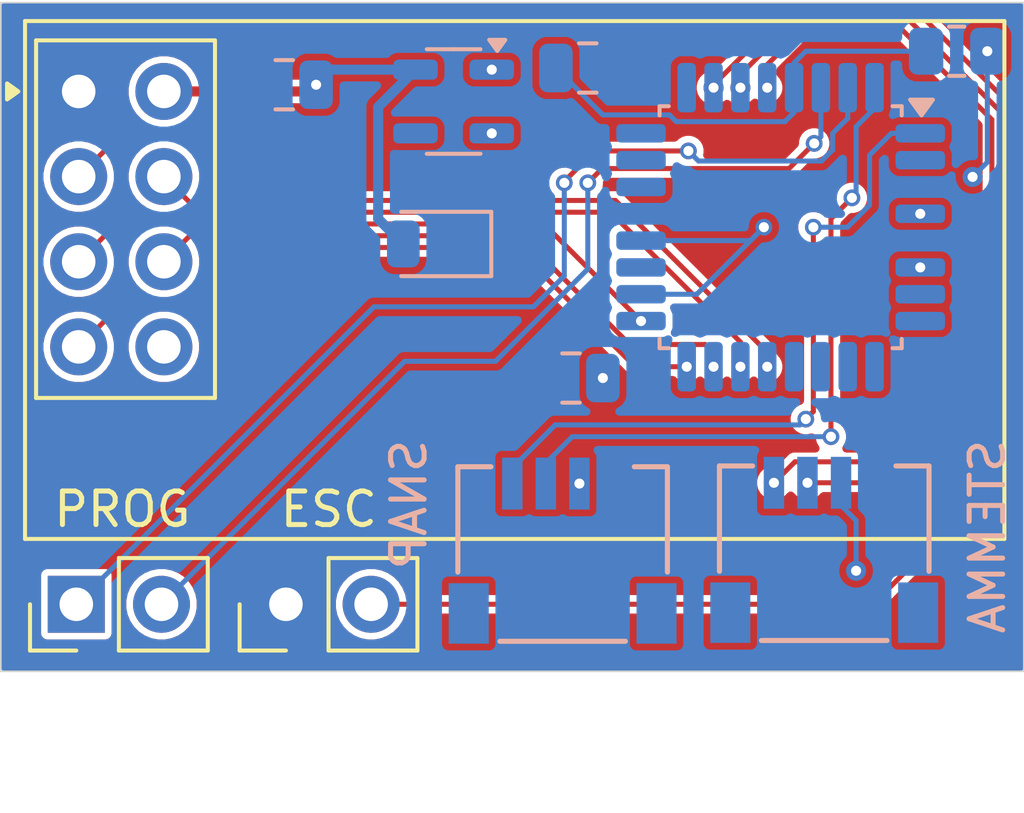
<source format=kicad_pcb>
(kicad_pcb (version 20241229) (generator "pcbnew") (generator_version "9.0")
  (layers (0 "F.Cu" signal) (2 "B.Cu" signal) (13 "F.Paste" user) (15 "B.Paste" user) (5 "F.SilkS" user "F.Silkscreen") (7 "B.SilkS" user "B.Silkscreen") (1 "F.Mask" user) (3 "B.Mask" user) (25 "Edge.Cuts" user))
  (net 0 "")
  (net 1 "GND")
  (net 2 "+5V")
  (net 3 "/~{RST}")
  (net 4 "/TX")
  (net 5 "/RX")
  (net 6 "/SCL")
  (net 9 "/CIPO")
  (net 11 "/CSN")
  (net 13 "/SDA")
  (net 14 "/SCK")
  (net 15 "/COPI")
  (net 18 "/CE")
  (net 21 "Net-(J3-Pin_2)")
  (net 27 "Net-(D1-A)")
  (net 28 "/STX")
  (net 29 "/SRX")
  (footprint "Connector_PinHeader_2.54mm:PinHeader_1x02_P2.54mm_Vertical" (layer "F.Cu") (at 164.5 95.75 90)
    (property "Reference" "J3" (hide yes))
    (property "Value" "Conn_01x02_Pin")
    (fp_line (start -1.38 -1.38) (end 0 -1.38) (stroke (width 0.12)) (layer "F.SilkS"))
    (fp_line (start -1.38 0) (end -1.38 -1.38) (stroke (width 0.12)) (layer "F.SilkS"))
    (fp_line (start 1.38 1.27) (end 1.38 3.92) (stroke (width 0.12)) (layer "F.SilkS"))
    (fp_line (start -1.38 1.27) (end 1.38 1.27) (stroke (width 0.12)) (layer "F.SilkS"))
    (fp_line (start -1.38 1.27) (end -1.38 3.92) (stroke (width 0.12)) (layer "F.SilkS"))
    (fp_line (start -1.38 3.92) (end 1.38 3.92) (stroke (width 0.12)) (layer "F.SilkS"))
    (pad "1" thru_hole rect (at 0 0 90) (size 1.7 1.7) (drill 1) (layers "*.Cu" "*.Mask") (net 1 "GND"))
    (pad "2" thru_hole circle (at 0 2.54 90) (size 1.7 1.7) (drill 1) (layers "*.Cu" "*.Mask") (net 21 "Net-(J3-Pin_2)"))
  )
  (footprint "Connector_PinHeader_2.54mm:PinHeader_1x02_P2.54mm_Vertical" (layer "F.Cu") (at 158.25 95.75 90)
    (property "Reference" "J1" (hide yes))
    (property "Value" "Conn_01x02_Pin")
    (fp_line (start -1.38 -1.38) (end 0 -1.38) (stroke (width 0.12)) (layer "F.SilkS"))
    (fp_line (start -1.38 0) (end -1.38 -1.38) (stroke (width 0.12)) (layer "F.SilkS"))
    (fp_line (start 1.38 1.27) (end 1.38 3.92) (stroke (width 0.12)) (layer "F.SilkS"))
    (fp_line (start -1.38 1.27) (end 1.38 1.27) (stroke (width 0.12)) (layer "F.SilkS"))
    (fp_line (start -1.38 1.27) (end -1.38 3.92) (stroke (width 0.12)) (layer "F.SilkS"))
    (fp_line (start -1.38 3.92) (end 1.38 3.92) (stroke (width 0.12)) (layer "F.SilkS"))
    (pad "1" thru_hole rect (at 0 0 90) (size 1.7 1.7) (drill 1) (layers "*.Cu" "*.Mask") (net 4 "/TX"))
    (pad "2" thru_hole circle (at 0 2.54 90) (size 1.7 1.7) (drill 1) (layers "*.Cu" "*.Mask") (net 5 "/RX"))
  )
  (footprint "RF_Module:nRF24L01_Breakout" (layer "F.Cu") (at 158.321 80.45)
    (property "Reference" "U2" (hide yes))
    (property "Value" "NRF24L01_Breakout")
    (fp_line (start -1.6 -2.1) (end -1.6 -2.1) (stroke (width 0.12)) (layer "F.SilkS"))
    (fp_line (start -1.6 -2.1) (end 27.6 -2.1) (stroke (width 0.12)) (layer "F.SilkS"))
    (fp_line (start -1.6 13.35) (end -1.6 -2.1) (stroke (width 0.12)) (layer "F.SilkS"))
    (fp_line (start -1.27 -1.524) (end -1.27 -1.524) (stroke (width 0.12)) (layer "F.SilkS"))
    (fp_line (start -1.27 -1.524) (end 4.064 -1.524) (stroke (width 0.12)) (layer "F.SilkS"))
    (fp_line (start -1.27 9.144) (end -1.27 -1.524) (stroke (width 0.12)) (layer "F.SilkS"))
    (fp_line (start -1.27 9.144) (end -1.27 9.144) (stroke (width 0.12)) (layer "F.SilkS"))
    (fp_line (start 4.064 -1.524) (end 4.064 9.144) (stroke (width 0.12)) (layer "F.SilkS"))
    (fp_line (start 4.064 9.144) (end -1.27 9.144) (stroke (width 0.12)) (layer "F.SilkS"))
    (fp_line (start 27.6 -2.1) (end 27.6 13.35) (stroke (width 0.12)) (layer "F.SilkS"))
    (fp_line (start 27.6 13.35) (end -1.6 13.35) (stroke (width 0.12)) (layer "F.SilkS"))
    (fp_poly (pts (xy -1.8 0) (xy -2.136 0.24) (xy -2.136 -0.24) (xy -1.8 0)) (stroke (width 0.12)) (fill yes) (layer "F.SilkS"))
    (pad "1" thru_hole rect (at 0 0) (size 1.7 1.7) (drill 1) (layers "*.Cu" "*.Mask") (net 1 "GND"))
    (pad "2" thru_hole circle (at 2.54 0) (size 1.7 1.7) (drill 1) (layers "*.Cu" "*.Mask") (net 27 "Net-(D1-A)"))
    (pad "3" thru_hole circle (at 0 2.54) (size 1.7 1.7) (drill 1) (layers "*.Cu" "*.Mask") (net 18 "/CE"))
    (pad "4" thru_hole circle (at 2.54 2.54) (size 1.7 1.7) (drill 1) (layers "*.Cu" "*.Mask") (net 11 "/CSN"))
    (pad "5" thru_hole circle (at 0 5.08) (size 1.7 1.7) (drill 1) (layers "*.Cu" "*.Mask") (net 14 "/SCK"))
    (pad "6" thru_hole circle (at 2.54 5.08) (size 1.7 1.7) (drill 1) (layers "*.Cu" "*.Mask") (net 15 "/COPI"))
    (pad "7" thru_hole circle (at 0 7.62) (size 1.7 1.7) (drill 1) (layers "*.Cu" "*.Mask") (net 9 "/CIPO"))
    (pad "8" thru_hole circle (at 2.54 7.62) (size 1.7 1.7) (drill 1) (layers "*.Cu" "*.Mask"))
  )
  (footprint "Resistor_SMD:R_0805_2012Metric" (layer "B.Cu") (at 184.5 79.25 180)
    (property "Reference" "R3" (hide yes))
    (property "Value" "10k")
    (fp_line (start -0.227064 0.735) (end 0.227064 0.735) (stroke (width 0.12)) (layer "B.SilkS"))
    (fp_line (start -0.227064 -0.735) (end 0.227064 -0.735) (stroke (width 0.12)) (layer "B.SilkS"))
    (pad "1" smd roundrect (at -0.9125 0 180) (size 1.025 1.4) (layers "B.Cu" "B.Mask" "B.Paste") (roundrect_rratio 0.243902) (net 2 "+5V"))
    (pad "2" smd roundrect (at 0.9125 0 180) (size 1.025 1.4) (layers "B.Cu" "B.Mask" "B.Paste") (roundrect_rratio 0.243902) (net 3 "/~{RST}"))
  )
  (footprint "Capacitor_SMD:C_0805_2012Metric" (layer "B.Cu") (at 164.45 80.25)
    (property "Reference" "C1" (hide yes))
    (property "Value" "0.1uF")
    (fp_line (start -0.261252 -0.735) (end 0.261252 -0.735) (stroke (width 0.12)) (layer "B.SilkS"))
    (fp_line (start -0.261252 0.735) (end 0.261252 0.735) (stroke (width 0.12)) (layer "B.SilkS"))
    (pad "1" smd roundrect (at -0.95 0) (size 1 1.45) (layers "B.Cu" "B.Mask" "B.Paste") (net 1 "GND"))
    (pad "2" smd roundrect (at 0.95 0) (size 1 1.45) (layers "B.Cu" "B.Mask" "B.Paste") (net 27 "Net-(D1-A)"))
  )
  (footprint "Capacitor_SMD:C_0805_2012Metric" (layer "B.Cu") (at 173 89)
    (property "Reference" "C2" (hide yes))
    (property "Value" "0.1uF")
    (fp_line (start -0.261252 -0.735) (end 0.261252 -0.735) (stroke (width 0.12)) (layer "B.SilkS"))
    (fp_line (start -0.261252 0.735) (end 0.261252 0.735) (stroke (width 0.12)) (layer "B.SilkS"))
    (pad "1" smd roundrect (at -0.95 0) (size 1 1.45) (layers "B.Cu" "B.Mask" "B.Paste") (net 1 "GND"))
    (pad "2" smd roundrect (at 0.95 0) (size 1 1.45) (layers "B.Cu" "B.Mask" "B.Paste") (net 2 "+5V"))
  )
  (footprint "LED_SMD:LED_0805_2012Metric" (layer "B.Cu") (at 168.9375 85 180)
    (property "Reference" "D1" (hide yes))
    (property "Value" "LED")
    (fp_line (start 1 0.96) (end -1.685 0.96) (stroke (width 0.12)) (layer "B.SilkS"))
    (fp_line (start -1.685 0.96) (end -1.685 -0.96) (stroke (width 0.12)) (layer "B.SilkS"))
    (fp_line (start -1.685 -0.96) (end 1 -0.96) (stroke (width 0.12)) (layer "B.SilkS"))
    (pad "1" smd roundrect (at -0.9375 0 180) (size 0.975 1.4) (layers "B.Cu" "B.Mask" "B.Paste") (net 1 "GND"))
    (pad "2" smd roundrect (at 0.9375 0 180) (size 0.975 1.4) (layers "B.Cu" "B.Mask" "B.Paste") (net 27 "Net-(D1-A)"))
  )
  (footprint "Package_TO_SOT_SMD:SOT-23-5" (layer "B.Cu") (at 169.5 80.75 180)
    (property "Reference" "U3" (hide yes))
    (property "Value" "SPX3819M5-L-3-3")
    (fp_line (start 0 1.56) (end 0.8 1.56) (stroke (width 0.12)) (layer "B.SilkS"))
    (fp_line (start 0 1.56) (end -0.8 1.56) (stroke (width 0.12)) (layer "B.SilkS"))
    (fp_line (start 0 -1.56) (end 0.8 -1.56) (stroke (width 0.12)) (layer "B.SilkS"))
    (fp_line (start 0 -1.56) (end -0.8 -1.56) (stroke (width 0.12)) (layer "B.SilkS"))
    (fp_poly (pts (xy -1.3 1.51) (xy -1.54 1.84) (xy -1.06 1.84)) (stroke (width 0.12)) (fill yes) (layer "B.SilkS"))
    (pad "1" smd roundrect (at -1.1375 0.95 180) (size 1.325 0.6) (layers "B.Cu" "B.Mask" "B.Paste") (net 2 "+5V"))
    (pad "2" smd roundrect (at -1.1375 0 180) (size 1.325 0.6) (layers "B.Cu" "B.Mask" "B.Paste") (net 1 "GND"))
    (pad "3" smd roundrect (at -1.1375 -0.95 180) (size 1.325 0.6) (layers "B.Cu" "B.Mask" "B.Paste") (net 2 "+5V"))
    (pad "4" smd roundrect (at 1.1375 -0.95 180) (size 1.325 0.6) (layers "B.Cu" "B.Mask" "B.Paste"))
    (pad "5" smd roundrect (at 1.1375 0.95 180) (size 1.325 0.6) (layers "B.Cu" "B.Mask" "B.Paste") (net 27 "Net-(D1-A)"))
  )
  (footprint "User:CONN_PRT-14417_SPK" (layer "B.Cu") (at 180.549999 94.226499 180)
    (property "Reference" "J2" (hide yes))
    (property "Value" "PRT-14417")
    (fp_line (start 3.1242 2.6035) (end 2.13754 2.6035) (stroke (width 0.1524)) (layer "B.SilkS"))
    (fp_line (start 3.1242 -0.539061) (end 3.1242 2.6035) (stroke (width 0.1524)) (layer "B.SilkS"))
    (fp_line (start -1.870359 -2.6035) (end 1.870359 -2.6035) (stroke (width 0.1524)) (layer "B.SilkS"))
    (fp_line (start -2.13754 2.6035) (end -3.1242 2.6035) (stroke (width 0.1524)) (layer "B.SilkS"))
    (fp_line (start -3.1242 2.6035) (end -3.1242 -0.539061) (stroke (width 0.1524)) (layer "B.SilkS"))
    (pad "1" smd rect (at -1.5 2.1015 180) (size 0.6096 1.5494) (layers "B.Cu" "B.Mask" "B.Paste") (net 1 "GND"))
    (pad "2" smd rect (at -0.499999 2.1015 180) (size 0.6096 1.5494) (layers "B.Cu" "B.Mask" "B.Paste") (net 2 "+5V"))
    (pad "3" smd rect (at 0.499999 2.1015 180) (size 0.6096 1.5494) (layers "B.Cu" "B.Mask" "B.Paste") (net 13 "/SDA"))
    (pad "4" smd rect (at 1.5 2.1015 180) (size 0.6096 1.5494) (layers "B.Cu" "B.Mask" "B.Paste") (net 6 "/SCL"))
    (pad "5" smd rect (at -2.799999 -1.773501 180) (size 1.1938 1.8034) (layers "B.Cu" "B.Mask" "B.Paste"))
    (pad "6" smd rect (at 2.799999 -1.773501 180) (size 1.1938 1.8034) (layers "B.Cu" "B.Mask" "B.Paste"))
  )
  (footprint "Capacitor_SMD:C_0805_2012Metric" (layer "B.Cu") (at 173.5 79.75 180)
    (property "Reference" "C5" (hide yes))
    (property "Value" "0.1uF")
    (fp_line (start -0.261252 0.735) (end 0.261252 0.735) (stroke (width 0.12)) (layer "B.SilkS"))
    (fp_line (start -0.261252 -0.735) (end 0.261252 -0.735) (stroke (width 0.12)) (layer "B.SilkS"))
    (pad "1" smd roundrect (at -0.95 0 180) (size 1 1.45) (layers "B.Cu" "B.Mask" "B.Paste") (net 1 "GND"))
    (pad "2" smd roundrect (at 0.95 0 180) (size 1 1.45) (layers "B.Cu" "B.Mask" "B.Paste") (net 3 "/~{RST}"))
  )
  (footprint "Package_QFP:TQFP-32_7x7mm_P0.8mm" (layer "B.Cu") (at 179.25 84.5 180)
    (property "Reference" "U1" (hide yes))
    (property "Value" "ATmega328-A")
    (fp_line (start 3.61 3.61) (end 3.61 3.335) (stroke (width 0.12)) (layer "B.SilkS"))
    (fp_line (start 3.61 -3.61) (end 3.61 -3.335) (stroke (width 0.12)) (layer "B.SilkS"))
    (fp_line (start 3.335 3.61) (end 3.61 3.61) (stroke (width 0.12)) (layer "B.SilkS"))
    (fp_line (start 3.335 -3.61) (end 3.61 -3.61) (stroke (width 0.12)) (layer "B.SilkS"))
    (fp_line (start -3.335 3.61) (end -3.61 3.61) (stroke (width 0.12)) (layer "B.SilkS"))
    (fp_line (start -3.335 -3.61) (end -3.61 -3.61) (stroke (width 0.12)) (layer "B.SilkS"))
    (fp_line (start -3.61 3.61) (end -3.61 3.335) (stroke (width 0.12)) (layer "B.SilkS"))
    (fp_line (start -3.61 -3.61) (end -3.61 -3.335) (stroke (width 0.12)) (layer "B.SilkS"))
    (fp_poly (pts (xy -4.2 3.335) (xy -4.54 3.805) (xy -3.86 3.805)) (stroke (width 0.12)) (fill yes) (layer "B.SilkS"))
    (pad "1" smd roundrect (at -4.1625 2.8 180) (size 1.475 0.55) (layers "B.Cu" "B.Mask" "B.Paste") (net 29 "/SRX"))
    (pad "2" smd roundrect (at -4.1625 2 180) (size 1.475 0.55) (layers "B.Cu" "B.Mask" "B.Paste"))
    (pad "3" smd roundrect (at -4.1625 1.2 180) (size 1.475 0.55) (layers "B.Cu" "B.Mask" "B.Paste") (net 1 "GND"))
    (pad "4" smd roundrect (at -4.1625 0.4 180) (size 1.475 0.55) (layers "B.Cu" "B.Mask" "B.Paste") (net 2 "+5V"))
    (pad "5" smd roundrect (at -4.1625 -0.4 180) (size 1.475 0.55) (layers "B.Cu" "B.Mask" "B.Paste") (net 1 "GND"))
    (pad "6" smd roundrect (at -4.1625 -1.2 180) (size 1.475 0.55) (layers "B.Cu" "B.Mask" "B.Paste") (net 2 "+5V"))
    (pad "7" smd roundrect (at -4.1625 -2 180) (size 1.475 0.55) (layers "B.Cu" "B.Mask" "B.Paste"))
    (pad "8" smd roundrect (at -4.1625 -2.8 180) (size 1.475 0.55) (layers "B.Cu" "B.Mask" "B.Paste"))
    (pad "9" smd roundrect (at -2.8 -4.1625 180) (size 0.55 1.475) (layers "B.Cu" "B.Mask" "B.Paste"))
    (pad "10" smd roundrect (at -2 -4.1625 180) (size 0.55 1.475) (layers "B.Cu" "B.Mask" "B.Paste"))
    (pad "11" smd roundrect (at -1.2 -4.1625 180) (size 0.55 1.475) (layers "B.Cu" "B.Mask" "B.Paste"))
    (pad "12" smd roundrect (at -0.4 -4.1625 180) (size 0.55 1.475) (layers "B.Cu" "B.Mask" "B.Paste"))
    (pad "13" smd roundrect (at 0.4 -4.1625 180) (size 0.55 1.475) (layers "B.Cu" "B.Mask" "B.Paste") (net 18 "/CE"))
    (pad "14" smd roundrect (at 1.2 -4.1625 180) (size 0.55 1.475) (layers "B.Cu" "B.Mask" "B.Paste") (net 11 "/CSN"))
    (pad "15" smd roundrect (at 2 -4.1625 180) (size 0.55 1.475) (layers "B.Cu" "B.Mask" "B.Paste") (net 15 "/COPI"))
    (pad "16" smd roundrect (at 2.8 -4.1625 180) (size 0.55 1.475) (layers "B.Cu" "B.Mask" "B.Paste") (net 9 "/CIPO"))
    (pad "17" smd roundrect (at 4.1625 -2.8 180) (size 1.475 0.55) (layers "B.Cu" "B.Mask" "B.Paste") (net 14 "/SCK"))
    (pad "18" smd roundrect (at 4.1625 -2 180) (size 1.475 0.55) (layers "B.Cu" "B.Mask" "B.Paste") (net 2 "+5V"))
    (pad "19" smd roundrect (at 4.1625 -1.2 180) (size 1.475 0.55) (layers "B.Cu" "B.Mask" "B.Paste"))
    (pad "20" smd roundrect (at 4.1625 -0.4 180) (size 1.475 0.55) (layers "B.Cu" "B.Mask" "B.Paste") (net 2 "+5V"))
    (pad "21" smd roundrect (at 4.1625 0.4 180) (size 1.475 0.55) (layers "B.Cu" "B.Mask" "B.Paste") (net 1 "GND"))
    (pad "22" smd roundrect (at 4.1625 1.2 180) (size 1.475 0.55) (layers "B.Cu" "B.Mask" "B.Paste"))
    (pad "23" smd roundrect (at 4.1625 2 180) (size 1.475 0.55) (layers "B.Cu" "B.Mask" "B.Paste"))
    (pad "24" smd roundrect (at 4.1625 2.8 180) (size 1.475 0.55) (layers "B.Cu" "B.Mask" "B.Paste"))
    (pad "25" smd roundrect (at 2.8 4.1625 180) (size 0.55 1.475) (layers "B.Cu" "B.Mask" "B.Paste"))
    (pad "26" smd roundrect (at 2 4.1625 180) (size 0.55 1.475) (layers "B.Cu" "B.Mask" "B.Paste") (net 21 "Net-(J3-Pin_2)"))
    (pad "27" smd roundrect (at 1.2 4.1625 180) (size 0.55 1.475) (layers "B.Cu" "B.Mask" "B.Paste") (net 13 "/SDA"))
    (pad "28" smd roundrect (at 0.4 4.1625 180) (size 0.55 1.475) (layers "B.Cu" "B.Mask" "B.Paste") (net 6 "/SCL"))
    (pad "29" smd roundrect (at -0.4 4.1625 180) (size 0.55 1.475) (layers "B.Cu" "B.Mask" "B.Paste") (net 3 "/~{RST}"))
    (pad "30" smd roundrect (at -1.2 4.1625 180) (size 0.55 1.475) (layers "B.Cu" "B.Mask" "B.Paste") (net 5 "/RX"))
    (pad "31" smd roundrect (at -2 4.1625 180) (size 0.55 1.475) (layers "B.Cu" "B.Mask" "B.Paste") (net 4 "/TX"))
    (pad "32" smd roundrect (at -2.8 4.1625 180) (size 0.55 1.475) (layers "B.Cu" "B.Mask" "B.Paste") (net 28 "/STX"))
  )
  (footprint "User:CONN_PRT-14417_SPK" (layer "B.Cu") (at 172.75 94.25 180)
    (property "Reference" "J5" (hide yes))
    (property "Value" "PRT-14417")
    (fp_line (start 3.1242 2.6035) (end 2.13754 2.6035) (stroke (width 0.1524)) (layer "B.SilkS"))
    (fp_line (start 3.1242 -0.539061) (end 3.1242 2.6035) (stroke (width 0.1524)) (layer "B.SilkS"))
    (fp_line (start -1.870359 -2.6035) (end 1.870359 -2.6035) (stroke (width 0.1524)) (layer "B.SilkS"))
    (fp_line (start -2.13754 2.6035) (end -3.1242 2.6035) (stroke (width 0.1524)) (layer "B.SilkS"))
    (fp_line (start -3.1242 2.6035) (end -3.1242 -0.539061) (stroke (width 0.1524)) (layer "B.SilkS"))
    (pad "1" smd rect (at -1.5 2.1015 180) (size 0.6096 1.5494) (layers "B.Cu" "B.Mask" "B.Paste") (net 1 "GND"))
    (pad "2" smd rect (at -0.499999 2.1015 180) (size 0.6096 1.5494) (layers "B.Cu" "B.Mask" "B.Paste") (net 2 "+5V"))
    (pad "3" smd rect (at 0.499999 2.1015 180) (size 0.6096 1.5494) (layers "B.Cu" "B.Mask" "B.Paste") (net 28 "/STX"))
    (pad "4" smd rect (at 1.5 2.1015 180) (size 0.6096 1.5494) (layers "B.Cu" "B.Mask" "B.Paste") (net 29 "/SRX"))
    (pad "5" smd rect (at -2.799999 -1.773501 180) (size 1.1938 1.8034) (layers "B.Cu" "B.Mask" "B.Paste"))
    (pad "6" smd rect (at 2.799999 -1.773501 180) (size 1.1938 1.8034) (layers "B.Cu" "B.Mask" "B.Paste"))
  )
  (gr_rect (start 156 77.8) (end 186.5 97.75) (stroke (width 0.05)) (fill no) (layer "Edge.Cuts"))
  (gr_text "PROG\n" (at 157.5 93.5 0) (layer "F.SilkS") (effects (font (size 1 1)) (justify left bottom)))
  (gr_text "ESC\n" (at 164.25 93.5 0) (layer "F.SilkS") (effects (font (size 1 1)) (justify left bottom)))
  (gr_text "SNAP\n" (at 168.75 90.75 90) (layer "B.SilkS") (effects (font (size 1 1)) (justify left bottom mirror)))
  (gr_text "STEMMA\n" (at 186 90.75 90) (layer "B.SilkS") (effects (font (size 1 1)) (justify left bottom mirror)))
  (segment (start 175.2135 83.974) (end 179.474 83.974) (width 0.15) (layer "B.Cu") (net 1))
  (segment (start 183.2865 85.026) (end 183.4125 84.9) (width 0.15) (layer "B.Cu") (net 1))
  (segment (start 179.474 84.492877) (end 180.007123 85.026) (width 0.15) (layer "B.Cu") (net 1))
  (segment (start 179.474 83.974) (end 179.474 84.492877) (width 0.15) (layer "B.Cu") (net 1))
  (segment (start 180.007123 85.026) (end 183.2865 85.026) (width 0.15) (layer "B.Cu") (net 1))
  (segment (start 175.0875 84.1) (end 175.2135 83.974) (width 0.15) (layer "B.Cu") (net 1))
  (segment (start 182.049999 92.124999) (end 182.049999 92.299999) (width 0.15) (layer "B.Cu") (net 1))
  (via (at 170.6375 81.7) (size 0.5) (drill 0.3) (layers "F.Cu" "B.Cu") (net 2))
  (via (at 170.6375 79.8) (size 0.6) (drill 0.3) (layers "F.Cu" "B.Cu") (net 2))
  (via (at 181.5 94.75) (size 0.6) (drill 0.3) (layers "F.Cu" "B.Cu") (net 2))
  (via (at 173.249999 92.1485) (size 0.5) (drill 0.3) (layers "F.Cu" "B.Cu") (net 2))
  (via (at 183.4125 85.7) (size 0.5) (drill 0.3) (layers "F.Cu" "B.Cu") (net 2))
  (via (at 184.973 83) (size 0.6) (drill 0.3) (layers "F.Cu" "B.Cu") (net 2))
  (via (at 183.4125 84.1) (size 0.5) (drill 0.3) (layers "F.Cu" "B.Cu") (net 2))
  (via (at 185.4125 79.25) (size 0.5) (drill 0.3) (layers "F.Cu" "B.Cu") (net 2))
  (via (at 178.75 84.5) (size 0.5) (drill 0.3) (layers "F.Cu" "B.Cu") (net 2))
  (via (at 173.95 89) (size 0.6) (drill 0.3) (layers "F.Cu" "B.Cu") (net 2))
  (segment (start 176.75 86.5) (end 178.75 84.5) (width 0.15) (layer "B.Cu") (net 2))
  (segment (start 178.35 84.9) (end 178.75 84.5) (width 0.15) (layer "B.Cu") (net 2))
  (segment (start 175.0875 86.5) (end 176.75 86.5) (width 0.15) (layer "B.Cu") (net 2))
  (segment (start 181.5 94.75) (end 181.5 93.25) (width 0.15) (layer "B.Cu") (net 2))
  (segment (start 181.5 93.25) (end 181.049998 92.799998) (width 0.15) (layer "B.Cu") (net 2))
  (segment (start 185.4125 82.5605) (end 184.973 83) (width 0.15) (layer "B.Cu") (net 2))
  (segment (start 175.0875 84.9) (end 178.35 84.9) (width 0.15) (layer "B.Cu") (net 2))
  (segment (start 185.4125 79.25) (end 185.4125 82.5605) (width 0.15) (layer "B.Cu") (net 2))
  (segment (start 181.049998 92.799998) (end 181.049998 92.124999) (width 0.15) (layer "B.Cu") (net 2))
  (segment (start 180.000001 79.25) (end 183.5875 79.25) (width 0.15) (layer "B.Cu") (net 3))
  (segment (start 173.949 81.149) (end 175.935412 81.149) (width 0.15) (layer "B.Cu") (net 3))
  (segment (start 179.65 80.3375) (end 179.65 79.600001) (width 0.15) (layer "B.Cu") (net 3))
  (segment (start 179.373999 81.351) (end 179.65 81.074999) (width 0.15) (layer "B.Cu") (net 3))
  (segment (start 172.55 79.75) (end 173.949 81.149) (width 0.15) (layer "B.Cu") (net 3))
  (segment (start 176.137412 81.351) (end 179.373999 81.351) (width 0.15) (layer "B.Cu") (net 3))
  (segment (start 179.65 79.600001) (end 180.000001 79.25) (width 0.15) (layer "B.Cu") (net 3))
  (segment (start 175.935412 81.149) (end 176.137412 81.351) (width 0.15) (layer "B.Cu") (net 3))
  (segment (start 179.65 81.074999) (end 179.65 80.3375) (width 0.15) (layer "B.Cu") (net 3))
  (segment (start 173.708123 82.225) (end 172.799997 83.133126) (width 0.15) (layer "F.Cu") (net 4))
  (segment (start 176.5 82.225) (end 173.708123 82.225) (width 0.15) (layer "F.Cu") (net 4))
  (segment (start 172.799997 83.133126) (end 172.799997 83.177) (width 0.15) (layer "F.Cu") (net 4))
  (via (at 176.5 82.225) (size 0.5) (drill 0.3) (layers "F.Cu" "B.Cu") (net 4))
  (via (at 172.799997 83.177) (size 0.5) (drill 0.3) (layers "F.Cu" "B.Cu") (net 4))
  (segment (start 172.799997 83.177) (end 172.799997 85.953615) (width 0.15) (layer "B.Cu") (net 4))
  (segment (start 171.876806 86.876806) (end 167.123194 86.876806) (width 0.15) (layer "B.Cu") (net 4))
  (segment (start 180.801 81.699) (end 180.801 82.192877) (width 0.15) (layer "B.Cu") (net 4))
  (segment (start 167.123194 86.876806) (end 158.25 95.75) (width 0.15) (layer "B.Cu") (net 4))
  (segment (start 172.799997 85.953615) (end 171.876806 86.876806) (width 0.15) (layer "B.Cu") (net 4))
  (segment (start 176.801 82.526) (end 176.5 82.225) (width 0.15) (layer "B.Cu") (net 4))
  (segment (start 180.467877 82.526) (end 176.801 82.526) (width 0.15) (layer "B.Cu") (net 4))
  (segment (start 181.25 81.25) (end 180.801 81.699) (width 0.15) (layer "B.Cu") (net 4))
  (segment (start 180.801 82.192877) (end 180.467877 82.526) (width 0.15) (layer "B.Cu") (net 4))
  (segment (start 181.25 80.3375) (end 181.25 81.25) (width 0.15) (layer "B.Cu") (net 4))
  (segment (start 173.5 83.177) (end 173.927 82.75) (width 0.15) (layer "F.Cu") (net 5))
  (segment (start 173.927 82.75) (end 179.5 82.75) (width 0.15) (layer "F.Cu") (net 5))
  (segment (start 179.5 82.75) (end 180.25 82) (width 0.15) (layer "F.Cu") (net 5))
  (via (at 180.25 82) (size 0.5) (drill 0.3) (layers "F.Cu" "B.Cu") (net 5))
  (via (at 173.5 83.177) (size 0.5) (drill 0.3) (layers "F.Cu" "B.Cu") (net 5))
  (segment (start 170.75 88.5) (end 168.04 88.5) (width 0.15) (layer "B.Cu") (net 5))
  (segment (start 168.04 88.5) (end 160.79 95.75) (width 0.15) (layer "B.Cu") (net 5))
  (segment (start 173.5 85.75) (end 170.75 88.5) (width 0.15) (layer "B.Cu") (net 5))
  (segment (start 173.5 83.177) (end 173.5 85.75) (width 0.15) (layer "B.Cu") (net 5))
  (segment (start 180.45 81.8) (end 180.45 80.3375) (width 0.15) (layer "B.Cu") (net 5))
  (segment (start 180.25 82) (end 180.45 81.8) (width 0.15) (layer "B.Cu") (net 5))
  (segment (start 182.5 91.5) (end 179.674998 91.5) (width 0.15) (layer "F.Cu") (net 6))
  (segment (start 178.85 80.3375) (end 178.85 79.65) (width 0.15) (layer "F.Cu") (net 6))
  (segment (start 185.548 88.452) (end 182.5 91.5) (width 0.15) (layer "F.Cu") (net 6))
  (segment (start 179.922 78.578) (end 182.835224 78.578) (width 0.15) (layer "F.Cu") (net 6))
  (segment (start 185.548 81.290776) (end 185.548 88.452) (width 0.15) (layer "F.Cu") (net 6))
  (segment (start 182.835224 78.578) (end 185.548 81.290776) (width 0.15) (layer "F.Cu") (net 6))
  (segment (start 178.85 79.65) (end 179.922 78.578) (width 0.15) (layer "F.Cu") (net 6))
  (segment (start 179.674998 91.5) (end 179.049999 92.124999) (width 0.15) (layer "F.Cu") (net 6))
  (via (at 178.85 80.3375) (size 0.5) (drill 0.3) (layers "F.Cu" "B.Cu") (net 6))
  (via (at 179.049999 92.124999) (size 0.6) (drill 0.3) (layers "F.Cu" "B.Cu") (net 6))
  (segment (start 159.447 86.944) (end 161.039405 86.944) (width 0.15) (layer "F.Cu") (net 9))
  (segment (start 162.877405 85.106) (end 171.356 85.106) (width 0.15) (layer "F.Cu") (net 9))
  (segment (start 161.039405 86.944) (end 162.877405 85.106) (width 0.15) (layer "F.Cu") (net 9))
  (segment (start 171.356 85.106) (end 174.9125 88.6625) (width 0.15) (layer "F.Cu") (net 9))
  (segment (start 174.9125 88.6625) (end 176.45 88.6625) (width 0.15) (layer "F.Cu") (net 9))
  (segment (start 158.321 88.07) (end 159.447 86.944) (width 0.15) (layer "F.Cu") (net 9))
  (via (at 176.45 88.6625) (size 0.5) (drill 0.3) (layers "F.Cu" "B.Cu") (net 9))
  (segment (start 178.05 88.6625) (end 178.05 87.925001) (width 0.15) (layer "F.Cu") (net 11))
  (segment (start 178.05 87.925001) (end 174.177999 84.053) (width 0.15) (layer "F.Cu") (net 11))
  (segment (start 161.924 84.053) (end 160.861 82.99) (width 0.15) (layer "F.Cu") (net 11))
  (segment (start 174.177999 84.053) (end 161.924 84.053) (width 0.15) (layer "F.Cu") (net 11))
  (via (at 178.05 88.6625) (size 0.5) (drill 0.3) (layers "F.Cu" "B.Cu") (net 11))
  (segment (start 185.899 81.145388) (end 182.980612 78.227) (width 0.15) (layer "F.Cu") (net 13))
  (segment (start 185.899 81.145388) (end 185.899 88.597388) (width 0.15) (layer "F.Cu") (net 13))
  (segment (start 182.371389 92.124999) (end 180.05 92.124999) (width 0.15) (layer "F.Cu") (net 13))
  (segment (start 178.05 79.946388) (end 178.05 80.3375) (width 0.15) (layer "F.Cu") (net 13))
  (segment (start 179.769388 78.227) (end 178.05 79.946388) (width 0.15) (layer "F.Cu") (net 13))
  (segment (start 185.899 88.597388) (end 182.371389 92.124999) (width 0.15) (layer "F.Cu") (net 13))
  (segment (start 182.980612 78.227) (end 179.769388 78.227) (width 0.15) (layer "F.Cu") (net 13))
  (via (at 180.05 92.124999) (size 0.6) (drill 0.3) (layers "F.Cu" "B.Cu") (net 13))
  (via (at 178.05 80.3375) (size 0.6) (drill 0.3) (layers "F.Cu" "B.Cu") (net 13))
  (segment (start 159.447 84.404) (end 172.1915 84.404) (width 0.15) (layer "F.Cu") (net 14))
  (segment (start 172.1915 84.404) (end 175.0875 87.3) (width 0.15) (layer "F.Cu") (net 14))
  (segment (start 158.321 85.53) (end 159.447 84.404) (width 0.15) (layer "F.Cu") (net 14))
  (via (at 175.0875 87.3) (size 0.5) (drill 0.3) (layers "F.Cu" "B.Cu") (net 14))
  (segment (start 171.505 84.755) (end 174.75 88) (width 0.15) (layer "F.Cu") (net 15))
  (segment (start 177 88) (end 177.25 88.25) (width 0.15) (layer "F.Cu") (net 15))
  (segment (start 177.25 88.25) (end 177.25 88.6625) (width 0.15) (layer "F.Cu") (net 15))
  (segment (start 161.636 84.755) (end 171.505 84.755) (width 0.15) (layer "F.Cu") (net 15))
  (segment (start 160.861 85.53) (end 161.636 84.755) (width 0.15) (layer "F.Cu") (net 15))
  (segment (start 174.75 88) (end 177 88) (width 0.15) (layer "F.Cu") (net 15))
  (via (at 177.25 88.6625) (size 0.5) (drill 0.3) (layers "F.Cu" "B.Cu") (net 15))
  (segment (start 159.561 81.75) (end 158.321 82.99) (width 0.15) (layer "F.Cu") (net 18))
  (segment (start 161.5 81.75) (end 159.561 81.75) (width 0.15) (layer "F.Cu") (net 18))
  (segment (start 178.85 88.6625) (end 178.85 88.228613) (width 0.15) (layer "F.Cu") (net 18))
  (segment (start 174.323388 83.702) (end 163.452 83.702) (width 0.15) (layer "F.Cu") (net 18))
  (segment (start 178.85 88.228613) (end 174.323388 83.702) (width 0.15) (layer "F.Cu") (net 18))
  (segment (start 163.452 83.702) (end 161.5 81.75) (width 0.15) (layer "F.Cu") (net 18))
  (via (at 178.85 88.6625) (size 0.5) (drill 0.3) (layers "F.Cu" "B.Cu") (net 18))
  (segment (start 186.25 81) (end 183.126 77.876) (width 0.15) (layer "F.Cu") (net 21))
  (segment (start 177.25 80.25) (end 177.25 80.3375) (width 0.15) (layer "F.Cu") (net 21))
  (segment (start 167.04 95.75) (end 182 95.75) (width 0.15) (layer "F.Cu") (net 21))
  (segment (start 182 95.75) (end 186.25 91.5) (width 0.15) (layer "F.Cu") (net 21))
  (segment (start 183.126 77.876) (end 179.624 77.876) (width 0.15) (layer "F.Cu") (net 21))
  (segment (start 179.624 77.876) (end 177.25 80.25) (width 0.15) (layer "F.Cu") (net 21))
  (segment (start 186.25 91.5) (end 186.25 81) (width 0.15) (layer "F.Cu") (net 21))
  (via (at 177.25 80.3375) (size 0.6) (drill 0.3) (layers "F.Cu" "B.Cu") (net 21))
  (segment (start 165.2 80.45) (end 165.4 80.25) (width 0.3) (layer "F.Cu") (net 27))
  (segment (start 160.861 80.45) (end 165.2 80.45) (width 0.3) (layer "F.Cu") (net 27))
  (via (at 165.4 80.25) (size 0.5) (drill 0.3) (layers "F.Cu" "B.Cu") (net 27))
  (segment (start 165.85 79.8) (end 165.4 80.25) (width 0.3) (layer "B.Cu") (net 27))
  (segment (start 168.3625 79.8) (end 165.85 79.8) (width 0.3) (layer "B.Cu") (net 27))
  (segment (start 167.25 84.25) (end 168 85) (width 0.3) (layer "B.Cu") (net 27))
  (segment (start 168.3625 79.8) (end 167.25 80.9125) (width 0.3) (layer "B.Cu") (net 27))
  (segment (start 167.25 80.9125) (end 167.25 84.25) (width 0.3) (layer "B.Cu") (net 27))
  (segment (start 180.75 84.25) (end 180.75 90.75) (width 0.15) (layer "F.Cu") (net 28))
  (segment (start 181.375 83.625) (end 180.75 84.25) (width 0.15) (layer "F.Cu") (net 28))
  (via (at 181.375 83.625) (size 0.5) (drill 0.3) (layers "F.Cu" "B.Cu") (net 28))
  (via (at 180.75 90.75) (size 0.5) (drill 0.3) (layers "F.Cu" "B.Cu") (net 28))
  (segment (start 172.250001 92.1485) (end 172.250001 91.536411) (width 0.15) (layer "B.Cu") (net 28))
  (segment (start 182.05 80.95) (end 181.5 81.5) (width 0.15) (layer "B.Cu") (net 28))
  (segment (start 181.5 81.5) (end 181.5 83.5) (width 0.15) (layer "B.Cu") (net 28))
  (segment (start 172.250001 91.536411) (end 173.036412 90.75) (width 0.15) (layer "B.Cu") (net 28))
  (segment (start 181.5 83.5) (end 181.375 83.625) (width 0.15) (layer "B.Cu") (net 28))
  (segment (start 182.05 80.3375) (end 182.05 80.95) (width 0.15) (layer "B.Cu") (net 28))
  (segment (start 172.250001 92.1485) (end 172.250001 92.6184) (width 0.15) (layer "B.Cu") (net 28))
  (segment (start 173.036412 90.75) (end 180.75 90.75) (width 0.15) (layer "B.Cu") (net 28))
  (segment (start 180.225 84.5) (end 180.225 90) (width 0.15) (layer "F.Cu") (net 29))
  (segment (start 180.225 90) (end 180 90.225) (width 0.15) (layer "F.Cu") (net 29))
  (via (at 180 90.225) (size 0.5) (drill 0.3) (layers "F.Cu" "B.Cu") (net 29))
  (via (at 180.225 84.5) (size 0.5) (drill 0.3) (layers "F.Cu" "B.Cu") (net 29))
  (segment (start 172.5296 90.399) (end 171.25 91.6786) (width 0.15) (layer "B.Cu") (net 29))
  (segment (start 181.243877 84.5) (end 180.225 84.5) (width 0.15) (layer "B.Cu") (net 29))
  (segment (start 181.901 83.842877) (end 181.243877 84.5) (width 0.15) (layer "B.Cu") (net 29))
  (segment (start 183.4125 81.7) (end 182.55 81.7) (width 0.15) (layer "B.Cu") (net 29))
  (segment (start 181.901 82.349) (end 181.901 83.842877) (width 0.15) (layer "B.Cu") (net 29))
  (segment (start 172.891023 90.399) (end 172.5296 90.399) (width 0.15) (layer "B.Cu") (net 29))
  (segment (start 182.55 81.7) (end 181.901 82.349) (width 0.15) (layer "B.Cu") (net 29))
  (segment (start 171.25 91.6786) (end 171.25 92.1485) (width 0.15) (layer "B.Cu") (net 29))
  (segment (start 179.826 90.399) (end 172.891023 90.399) (width 0.15) (layer "B.Cu") (net 29))
  (segment (start 180 90.225) (end 179.826 90.399) (width 0.15) (layer "B.Cu") (net 29))
  (zone (net 2) (net_name "+5V") (layer "F.Cu") (connect_pads (clearance 0.2)) (min_thickness 0.25) (fill yes (thermal_gap 0.5) (thermal_bridge_width 0.5))
    (polygon (pts (xy 186.5 97.75) (xy 156 97.75) (xy 156 77.8) (xy 186.5 77.8)))
  )
  (zone (net 1) (net_name "GND") (layer "B.Cu") (connect_pads yes (clearance 0.2)) (min_thickness 0.25) (fill yes (thermal_gap 0.5) (thermal_bridge_width 0.5) (island_removal_mode 2) (island_area_min 10))
    (polygon (pts (xy 186.5 97.75) (xy 156 97.75) (xy 156 77.8) (xy 186.5 77.8)))
  )
)
</source>
